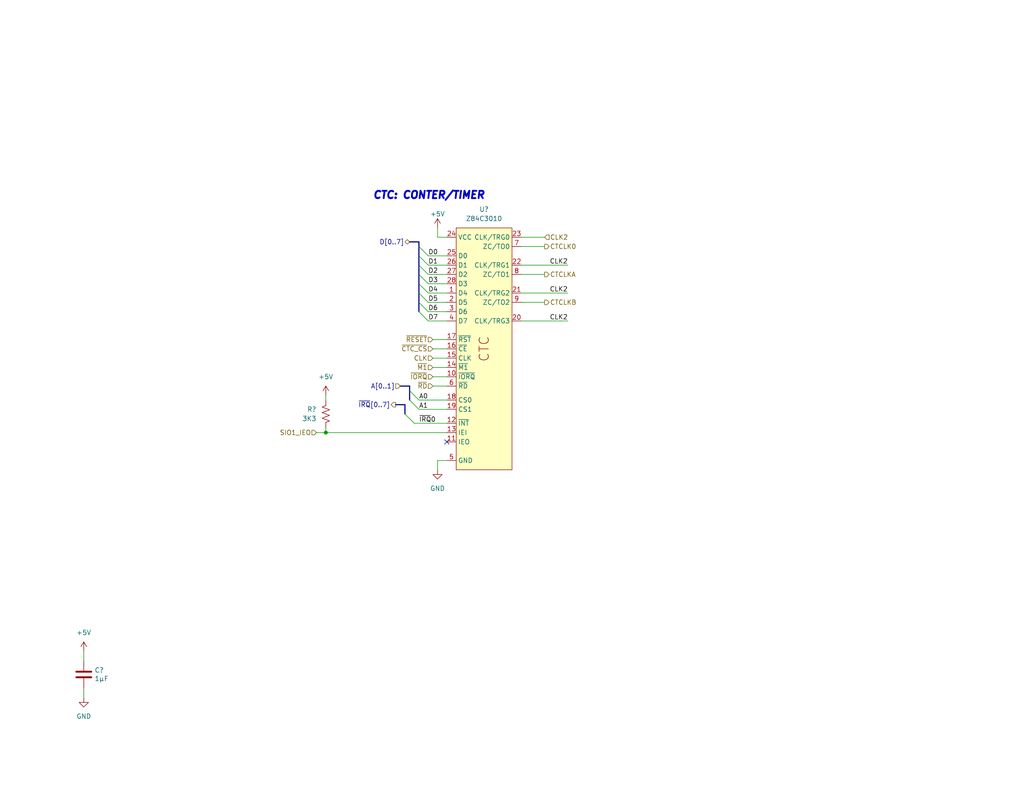
<source format=kicad_sch>
(kicad_sch (version 20230121) (generator eeschema)
  (paper "USLetter")
  (title_block (date "2023-08-24") (rev "1.2") (company "Frédéric Segard") (comment 1 "@microhobbyist") (comment 4 "A big thank you to John Winans, Grant Searle and Sergey Kiselev for their inspiration"))
  (lib_symbols
    (symbol "+5V_1" (power) (pin_names (offset 0))
      (property "Value" "+5V_1" (at 0 3.556 0))
      (symbol "+5V_1_0_1"
        (polyline (pts (xy -0.762 1.27) (xy 0 2.54)))
        (polyline (pts (xy 0 0) (xy 0 2.54)))
        (polyline (pts (xy 0 2.54) (xy 0.762 1.27)))
      )
      (symbol "+5V_1_1_1"
        (pin power_in line (at 0 0 90) (length 0) hide (name "+5V") (number "1"))
      )
    )
    (symbol "0_Library:Z84C30xx CTC"
      (property "Reference" "U" (at -7.62 1.27 0))
      (property "Value" "Z84C30xx CTC" (at 1.27 1.27 0))
      (symbol "Z84C30xx CTC_0_0"
        (text "CTC" (at 0 -33.02 900) (effects (font (size 2.54 2.54))))
      )
      (symbol "Z84C30xx CTC_0_1"
        (rectangle (start -7.62 0) (end 7.62 -66.04) (stroke (width 0.1524)) (fill (type background)))
      )
      (symbol "Z84C30xx CTC_1_1"
        (pin bidirectional line (at -10.16 -17.78 0) (length 2.54) (name "D4") (number "1"))
        (pin input line (at -10.16 -40.64 0) (length 2.54) (name "~{IORQ}") (number "10"))
        (pin output line (at -10.16 -58.42 0) (length 2.54) (name "IEO") (number "11"))
        (pin open_collector line (at -10.16 -53.34 0) (length 2.54) (name "~{INT}") (number "12"))
        (pin input line (at -10.16 -55.88 0) (length 2.54) (name "IEI") (number "13"))
        (pin input line (at -10.16 -38.1 0) (length 2.54) (name "~{M1}") (number "14"))
        (pin input line (at -10.16 -35.56 0) (length 2.54) (name "CLK") (number "15"))
        (pin input line (at -10.16 -33.02 0) (length 2.54) (name "~{CE}") (number "16"))
        (pin input line (at -10.16 -30.48 0) (length 2.54) (name "~{RST}") (number "17"))
        (pin input line (at -10.16 -46.99 0) (length 2.54) (name "CS0") (number "18"))
        (pin input line (at -10.16 -49.53 0) (length 2.54) (name "CS1") (number "19"))
        (pin bidirectional line (at -10.16 -20.32 0) (length 2.54) (name "D5") (number "2"))
        (pin input line (at 10.16 -25.4 180) (length 2.54) (name "CLK/TRG3") (number "20"))
        (pin input line (at 10.16 -17.78 180) (length 2.54) (name "CLK/TRG2") (number "21"))
        (pin input line (at 10.16 -10.16 180) (length 2.54) (name "CLK/TRG1") (number "22"))
        (pin input line (at 10.16 -2.54 180) (length 2.54) (name "CLK/TRG0") (number "23"))
        (pin power_in line (at -10.16 -2.54 0) (length 2.54) (name "VCC") (number "24"))
        (pin bidirectional line (at -10.16 -7.62 0) (length 2.54) (name "D0") (number "25"))
        (pin bidirectional line (at -10.16 -10.16 0) (length 2.54) (name "D1") (number "26"))
        (pin bidirectional line (at -10.16 -12.7 0) (length 2.54) (name "D2") (number "27"))
        (pin bidirectional line (at -10.16 -15.24 0) (length 2.54) (name "D3") (number "28"))
        (pin bidirectional line (at -10.16 -22.86 0) (length 2.54) (name "D6") (number "3"))
        (pin bidirectional line (at -10.16 -25.4 0) (length 2.54) (name "D7") (number "4"))
        (pin power_in line (at -10.16 -63.5 0) (length 2.54) (name "GND") (number "5"))
        (pin input line (at -10.16 -43.18 0) (length 2.54) (name "~{RD}") (number "6"))
        (pin output line (at 10.16 -5.08 180) (length 2.54) (name "ZC/TO0") (number "7"))
        (pin output line (at 10.16 -12.7 180) (length 2.54) (name "ZC/TO1") (number "8"))
        (pin output line (at 10.16 -20.32 180) (length 2.54) (name "ZC/TO2") (number "9"))
      )
    )
    (symbol "Device:C" (pin_numbers hide) (pin_names (offset 0.254))
      (property "Reference" "C" (at 0.635 2.54 0))
      (property "Value" "C" (at 0.635 -2.54 0))
      (symbol "C_0_1"
        (polyline (pts (xy -2.032 -0.762) (xy 2.032 -0.762)) (stroke (width 0.508)))
        (polyline (pts (xy -2.032 0.762) (xy 2.032 0.762)) (stroke (width 0.508)))
      )
      (symbol "C_1_1"
        (pin passive line (at 0 3.81 270) (length 2.794) (name "~") (number "1"))
        (pin passive line (at 0 -3.81 90) (length 2.794) (name "~") (number "2"))
      )
    )
    (symbol "Device:R_US" (pin_numbers hide) (pin_names (offset 0))
      (property "Reference" "R" (at 2.54 0 90))
      (property "Value" "R_US" (at -2.54 0 90))
      (symbol "R_US_0_1"
        (polyline (pts (xy 0 -2.286) (xy 0 -2.54)))
        (polyline (pts (xy 0 2.286) (xy 0 2.54)))
        (polyline (pts (xy 0 -0.762) (xy 1.016 -1.143) (xy 0 -1.524) (xy -1.016 -1.905) (xy 0 -2.286)))
        (polyline (pts (xy 0 0.762) (xy 1.016 0.381) (xy 0 0) (xy -1.016 -0.381) (xy 0 -0.762)))
        (polyline (pts (xy 0 2.286) (xy 1.016 1.905) (xy 0 1.524) (xy -1.016 1.143) (xy 0 0.762)))
      )
      (symbol "R_US_1_1"
        (pin passive line (at 0 3.81 270) (length 1.27) (name "~") (number "1"))
        (pin passive line (at 0 -3.81 90) (length 1.27) (name "~") (number "2"))
      )
    )
    (symbol "GND_1" (power) (pin_names (offset 0))
      (property "Value" "GND_1" (at 0 -3.81 0))
      (symbol "GND_1_0_1"
        (polyline (pts (xy 0 0) (xy 0 -1.27) (xy 1.27 -1.27) (xy 0 -2.54) (xy -1.27 -1.27) (xy 0 -1.27)))
      )
      (symbol "GND_1_1_1"
        (pin power_in line (at 0 0 270) (length 0) hide (name "GND") (number "1"))
      )
    )
  )
  (junction (at 88.9 118.11))
  (no_connect (at 121.92 120.65))
  (bus_entry (at 111.76 106.68) (size 2.54 2.54))
  (bus_entry (at 114.3 69.85) (size 2.54 2.54))
  (bus_entry (at 114.3 85.09) (size 2.54 2.54))
  (bus_entry (at 110.49 113.03) (size 2.54 2.54))
  (bus_entry (at 114.3 67.31) (size 2.54 2.54))
  (bus_entry (at 114.3 80.01) (size 2.54 2.54))
  (bus_entry (at 114.3 77.47) (size 2.54 2.54))
  (bus_entry (at 114.3 72.39) (size 2.54 2.54))
  (bus_entry (at 114.3 82.55) (size 2.54 2.54))
  (bus_entry (at 111.76 109.22) (size 2.54 2.54))
  (bus_entry (at 114.3 74.93) (size 2.54 2.54))
  (wire (pts (xy 142.24 74.93) (xy 148.59 74.93)))
  (wire (pts (xy 118.11 97.79) (xy 121.92 97.79)))
  (wire (pts (xy 113.03 115.57) (xy 121.92 115.57)))
  (wire (pts (xy 118.11 95.25) (xy 121.92 95.25)))
  (bus (pts (xy 114.3 85.09) (xy 114.3 82.55)))
  (wire (pts (xy 116.84 87.63) (xy 121.92 87.63)))
  (bus (pts (xy 109.22 105.41) (xy 111.76 105.41)))
  (bus (pts (xy 110.49 110.49) (xy 110.49 113.03)))
  (bus (pts (xy 111.76 106.68) (xy 111.76 105.41)))
  (bus (pts (xy 114.3 69.85) (xy 114.3 67.31)))
  (wire (pts (xy 118.11 102.87) (xy 121.92 102.87)))
  (wire (pts (xy 118.11 105.41) (xy 121.92 105.41)))
  (wire (pts (xy 118.11 92.71) (xy 121.92 92.71)))
  (wire (pts (xy 22.86 187.96) (xy 22.86 190.5)))
  (wire (pts (xy 142.24 67.31) (xy 148.59 67.31)))
  (wire (pts (xy 118.11 100.33) (xy 121.92 100.33)))
  (wire (pts (xy 88.9 118.11) (xy 121.92 118.11)))
  (wire (pts (xy 116.84 72.39) (xy 121.92 72.39)))
  (bus (pts (xy 114.3 82.55) (xy 114.3 80.01)))
  (wire (pts (xy 121.92 125.73) (xy 119.38 125.73)))
  (bus (pts (xy 111.76 109.22) (xy 111.76 106.68)))
  (wire (pts (xy 116.84 69.85) (xy 121.92 69.85)))
  (wire (pts (xy 86.36 118.11) (xy 88.9 118.11)))
  (bus (pts (xy 114.3 67.31) (xy 114.3 66.04)))
  (wire (pts (xy 119.38 62.23) (xy 119.38 64.77)))
  (wire (pts (xy 116.84 74.93) (xy 121.92 74.93)))
  (bus (pts (xy 114.3 74.93) (xy 114.3 72.39)))
  (wire (pts (xy 22.86 177.8) (xy 22.86 180.34)))
  (wire (pts (xy 116.84 82.55) (xy 121.92 82.55)))
  (bus (pts (xy 114.3 77.47) (xy 114.3 74.93)))
  (bus (pts (xy 114.3 72.39) (xy 114.3 69.85)))
  (wire (pts (xy 142.24 82.55) (xy 148.59 82.55)))
  (bus (pts (xy 107.95 110.49) (xy 110.49 110.49)))
  (wire (pts (xy 121.92 64.77) (xy 119.38 64.77)))
  (wire (pts (xy 142.24 87.63) (xy 154.94 87.63)))
  (wire (pts (xy 116.84 80.01) (xy 121.92 80.01)))
  (bus (pts (xy 111.76 66.04) (xy 114.3 66.04)))
  (wire (pts (xy 114.3 109.22) (xy 121.92 109.22)))
  (wire (pts (xy 88.9 116.84) (xy 88.9 118.11)))
  (wire (pts (xy 116.84 85.09) (xy 121.92 85.09)))
  (wire (pts (xy 142.24 72.39) (xy 154.94 72.39)))
  (wire (pts (xy 114.3 111.76) (xy 121.92 111.76)))
  (wire (pts (xy 88.9 107.95) (xy 88.9 109.22)))
  (wire (pts (xy 142.24 64.77) (xy 148.59 64.77)))
  (wire (pts (xy 142.24 80.01) (xy 154.94 80.01)))
  (wire (pts (xy 116.84 77.47) (xy 121.92 77.47)))
  (bus (pts (xy 114.3 80.01) (xy 114.3 77.47)))
  (wire (pts (xy 119.38 125.73) (xy 119.38 128.27)))
  (text "CTC: CONTER/TIMER" (at 101.6 54.61 0) (effects (font (size 2 2) (thickness 0.508) bold italic) (justify left bottom)))
  (label "~{IRQ}0" (at 114.3 115.57 0))
  (label "CLK2" (at 154.94 72.39 180))
  (label "D6" (at 116.84 85.09 0))
  (label "D3" (at 116.84 77.47 0))
  (label "A0" (at 114.3 109.22 0))
  (label "CLK2" (at 154.94 87.63 180))
  (label "CLK2" (at 154.94 80.01 180))
  (label "D1" (at 116.84 72.39 0))
  (label "D7" (at 116.84 87.63 0))
  (label "D2" (at 116.84 74.93 0))
  (label "D0" (at 116.84 69.85 0))
  (label "D4" (at 116.84 80.01 0))
  (label "D5" (at 116.84 82.55 0))
  (label "A1" (at 114.3 111.76 0))
  (hierarchical_label "~{RESET}" (shape input) (at 118.11 92.71 180))
  (hierarchical_label "CLK2" (shape input) (at 148.59 64.77 0))
  (hierarchical_label "~{RD}" (shape input) (at 118.11 105.41 180))
  (hierarchical_label "A[0..1]" (shape input) (at 109.22 105.41 180))
  (hierarchical_label "SIO1_IEO" (shape input) (at 86.36 118.11 180))
  (hierarchical_label "CLK" (shape input) (at 118.11 97.79 180))
  (hierarchical_label "~{CTC_CS}" (shape input) (at 118.11 95.25 180))
  (hierarchical_label "~{M1}" (shape input) (at 118.11 100.33 180))
  (hierarchical_label "CTCLKA" (shape output) (at 148.59 74.93 0))
  (hierarchical_label "D[0..7]" (shape bidirectional) (at 111.76 66.04 180))
  (hierarchical_label "CTCLKB" (shape output) (at 148.59 82.55 0))
  (hierarchical_label "~{IORQ}" (shape input) (at 118.11 102.87 180))
  (hierarchical_label "CTCLK0" (shape output) (at 148.59 67.31 0))
  (hierarchical_label "~{IRQ}[0..7]" (shape output) (at 107.95 110.49 180))
  (symbol (lib_id "Device:C") (at 22.86 184.15 0) (unit 1)
    (property "Reference" "C?" (at 25.781 182.9816 0) (effects (justify left)))
    (property "Value" "1µF" (at 25.781 185.293 0) (effects (justify left)))
    (property "Footprint" "Capacitor_THT:C_Disc_D3.0mm_W1.6mm_P2.50mm" (effects hide))
    (instances (project "1 - Main CPU board with basic peripherals (rev5)" (path "" (reference "C?") (unit 1)) (path "" (reference "C?") (unit 1))) (project "2 - CPU and memory card with the essential peripherals" (path "" (reference "C?") (unit 1))) (project "4 - Quad serial" (path "" (reference "C?") (unit 1)) (path "" (reference "C?") (unit 1)) (path "" (reference "C23") (unit 1))))
  )
  (symbol (lib_name "+5V_1") (lib_id "power:+5V") (at 119.38 62.23 0) (unit 1)
    (property "Reference" "#PWR?" (effects hide))
    (property "Value" "+5V" (at 119.38 58.42 0))
    (instances (project "1 - Main CPU board with basic peripherals (rev5)" (path "" (reference "#PWR?") (unit 1)) (path "" (reference "#PWR?") (unit 1))) (project "2 - CPU and memory card with the essential peripherals" (path "" (reference "#PWR?") (unit 1))) (project "4 - Quad serial" (path "" (reference "#PWR?") (unit 1)) (path "" (reference "#PWR?") (unit 1)) (path "" (reference "#PWR056") (unit 1))))
  )
  (symbol (lib_name "GND_1") (lib_id "power:GND") (at 119.38 128.27 0) (unit 1)
    (property "Reference" "#PWR?" (effects hide))
    (property "Value" "GND" (at 119.38 133.35 0))
    (instances (project "1 - Main CPU board with basic peripherals (rev5)" (path "" (reference "#PWR?") (unit 1)) (path "" (reference "#PWR?") (unit 1))) (project "2 - CPU and memory card with the essential peripherals" (path "" (reference "#PWR?") (unit 1))) (project "4 - Quad serial" (path "" (reference "#PWR?") (unit 1)) (path "" (reference "#PWR?") (unit 1)) (path "" (reference "#PWR057") (unit 1))))
  )
  (symbol (lib_name "GND_1") (lib_id "power:GND") (at 22.86 190.5 0) (unit 1)
    (property "Reference" "#PWR?" (effects hide))
    (property "Value" "GND" (at 22.86 195.58 0))
    (instances (project "1 - Main CPU board with basic peripherals (rev5)" (path "" (reference "#PWR?") (unit 1)) (path "" (reference "#PWR?") (unit 1))) (project "2 - CPU and memory card with the essential peripherals" (path "" (reference "#PWR?") (unit 1))) (project "4 - Quad serial" (path "" (reference "#PWR?") (unit 1)) (path "" (reference "#PWR?") (unit 1)) (path "" (reference "#PWR054") (unit 1))))
  )
  (symbol (lib_id "Device:R_US") (at 88.9 113.03 0) (mirror y) (unit 1)
    (property "Reference" "R?" (at 86.36 111.7599 0) (effects (justify left)))
    (property "Value" "3K3" (at 86.36 114.2999 0) (effects (justify left)))
    (property "Footprint" "Resistor_THT:R_Axial_DIN0207_L6.3mm_D2.5mm_P10.16mm_Horizontal" (effects hide))
    (instances (project "4 - Quad serial" (path "" (reference "R?") (unit 1)) (path "" (reference "R?") (unit 1)) (path "" (reference "R5") (unit 1))))
  )
  (symbol (lib_name "+5V_1") (lib_id "power:+5V") (at 88.9 107.95 0) (unit 1)
    (property "Reference" "#PWR?" (effects hide))
    (property "Value" "+5V" (at 88.9 102.87 0))
    (instances (project "4 - Quad serial" (path "" (reference "#PWR?") (unit 1)) (path "" (reference "#PWR?") (unit 1)) (path "" (reference "#PWR?") (unit 1)) (path "" (reference "#PWR055") (unit 1))))
  )
  (symbol (lib_id "0_Library:Z84C30xx CTC") (at 132.08 62.23 0) (unit 1)
    (property "Reference" "U?" (at 132.08 57.15 0))
    (property "Value" "Z84C3010" (at 132.08 59.69 0))
    (property "Footprint" "Package_DIP:DIP-28_W15.24mm_Socket" (effects hide))
    (property "Datasheet" "https://www.mouser.ca/datasheet/2/240/ps0181-2821199.pdf" (effects hide))
    (instances (project "1 - Main CPU board with basic peripherals (rev5)" (path "" (reference "U?") (unit 1)) (path "" (reference "U?") (unit 1))) (project "4 - Quad serial" (path "" (reference "U12") (unit 1))))
  )
  (symbol (lib_name "+5V_1") (lib_id "power:+5V") (at 22.86 177.8 0) (unit 1)
    (property "Reference" "#PWR?" (effects hide))
    (property "Value" "+5V" (at 22.86 172.72 0))
    (instances (project "1 - Main CPU board with basic peripherals (rev5)" (path "" (reference "#PWR?") (unit 1)) (path "" (reference "#PWR?") (unit 1))) (project "2 - CPU and memory card with the essential peripherals" (path "" (reference "#PWR?") (unit 1))) (project "4 - Quad serial" (path "" (reference "#PWR?") (unit 1)) (path "" (reference "#PWR?") (unit 1)) (path "" (reference "#PWR053") (unit 1))))
  )
)
</source>
